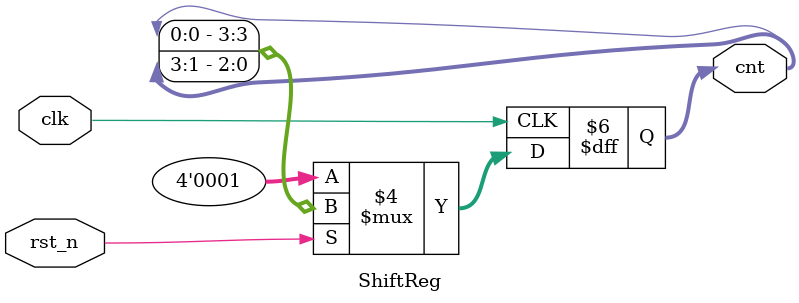
<source format=v>
`timescale 1ns / 1ps


module ShiftReg(rst_n, clk, cnt ); 
parameter CNT_SIZE = 4;
input rst_n;
input clk;
output [CNT_SIZE-1 : 0] cnt;
reg [CNT_SIZE-1 : 0] cnt;
always@(posedge clk)
 if(!rst_n)
 cnt <= 4'b0001;
 else
 cnt <= {cnt[0],cnt[CNT_SIZE-1 : 1]};
endmodule

</source>
